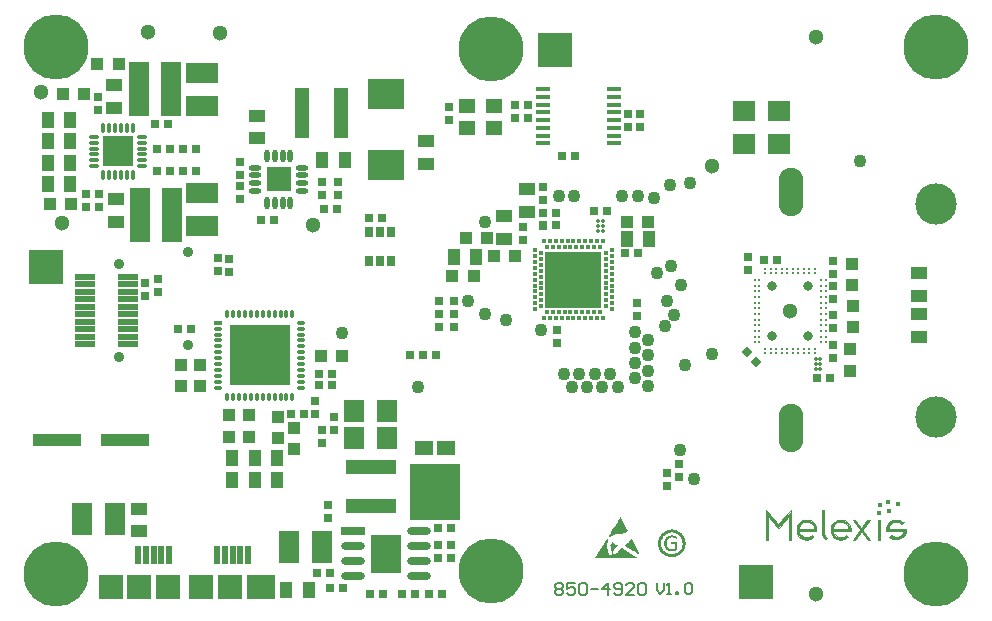
<source format=gts>
G04 Layer_Color=8388736*
%FSLAX44Y44*%
%MOMM*%
G71*
G01*
G75*
%ADD20C,0.3000*%
%ADD63C,0.2000*%
%ADD75C,0.8000*%
%ADD82C,0.3500*%
%ADD110C,0.1016*%
%ADD111R,2.5500X3.2500*%
%ADD112R,0.3302X0.3302*%
%ADD113R,3.0000X3.0000*%
%ADD114C,1.1000*%
%ADD115R,1.7000X0.5000*%
%ADD116R,1.7000X0.5000*%
%ADD117R,2.4000X2.0000*%
%ADD118R,0.5000X1.5000*%
%ADD119R,2.0000X2.0000*%
%ADD120R,1.0000X1.1000*%
%ADD121R,1.1000X1.0000*%
%ADD122R,1.4000X1.1000*%
%ADD123P,0.9899X4X360.0*%
%ADD124R,0.7000X0.7000*%
%ADD125R,0.7000X0.9000*%
%ADD126R,0.7000X0.7000*%
%ADD127O,2.0000X0.7000*%
%ADD128R,2.0000X0.7000*%
%ADD129R,4.3000X1.3000*%
%ADD130C,0.2800*%
%ADD131R,1.7000X2.8000*%
%ADD132R,4.2500X4.7500*%
%ADD133R,1.5500X1.2500*%
%ADD134R,4.1000X1.1000*%
%ADD135R,1.1000X1.4000*%
%ADD136R,1.4000X1.2000*%
%ADD137R,1.7000X4.6000*%
%ADD138R,3.1000X2.5000*%
%ADD139R,1.9000X1.7000*%
%ADD140O,0.3500X0.9000*%
%ADD141O,0.9000X0.3500*%
%ADD142R,2.5000X2.5000*%
%ADD143O,1.1000X0.4500*%
%ADD144O,0.4500X1.1000*%
%ADD145R,2.0500X2.0500*%
%ADD146R,1.3000X4.3000*%
%ADD147R,2.8000X1.7000*%
%ADD148R,1.3000X0.4000*%
%ADD149R,1.7000X1.9000*%
%ADD150R,4.7000X4.7000*%
G04:AMPARAMS|DCode=151|XSize=0.4mm|YSize=0.4mm|CornerRadius=0.125mm|HoleSize=0mm|Usage=FLASHONLY|Rotation=90.000|XOffset=0mm|YOffset=0mm|HoleType=Round|Shape=RoundedRectangle|*
%AMROUNDEDRECTD151*
21,1,0.4000,0.1500,0,0,90.0*
21,1,0.1500,0.4000,0,0,90.0*
1,1,0.2500,0.0750,0.0750*
1,1,0.2500,0.0750,-0.0750*
1,1,0.2500,-0.0750,-0.0750*
1,1,0.2500,-0.0750,0.0750*
%
%ADD151ROUNDEDRECTD151*%
%ADD152R,5.2000X5.2000*%
%ADD153O,0.3500X0.7500*%
%ADD154O,0.7500X0.3500*%
%ADD155R,0.7500X0.3500*%
%ADD156C,0.9000*%
%ADD157C,5.5000*%
%ADD158C,1.3000*%
%ADD159O,2.1000X4.1000*%
%ADD160C,3.5000*%
%ADD161C,0.5500*%
G36*
X505490Y74962D02*
X505536Y74916D01*
X505582Y74824D01*
X505674Y74641D01*
X505811Y74366D01*
X505994Y74000D01*
X506223Y73541D01*
X506544Y72946D01*
X506911Y72167D01*
X507369Y71250D01*
X507644Y70746D01*
X507965Y70196D01*
X508285Y69555D01*
X508606Y68868D01*
X508973Y68180D01*
X509385Y67401D01*
X509843Y66531D01*
X510302Y65660D01*
X510760Y64698D01*
X511310Y63690D01*
Y63644D01*
X511264Y63552D01*
X511172Y63415D01*
X511035Y63232D01*
X510897Y62957D01*
X510622Y62727D01*
X510347Y62453D01*
X509981Y62178D01*
X509523Y61857D01*
X509019Y61582D01*
X508377Y61353D01*
X507644Y61124D01*
X506819Y60895D01*
X505903Y60757D01*
X504849Y60665D01*
X503657Y60620D01*
X503199D01*
X502878Y60574D01*
X502512Y60528D01*
X502054Y60482D01*
X501595Y60391D01*
X501046Y60299D01*
X499946Y59978D01*
X498800Y59520D01*
X498251Y59245D01*
X497747Y58924D01*
X497242Y58512D01*
X496830Y58054D01*
X496784Y58099D01*
X496647Y58191D01*
X496464Y58283D01*
X496234Y58466D01*
X495730Y58787D01*
X495547Y58970D01*
X495410Y59108D01*
X495455Y59153D01*
X495501Y59291D01*
X495639Y59474D01*
X495822Y59795D01*
X496051Y60116D01*
X496280Y60574D01*
X496601Y61032D01*
X496922Y61536D01*
X497288Y62132D01*
X497655Y62727D01*
X498480Y64056D01*
X499350Y65477D01*
X500267Y66943D01*
X501183Y68409D01*
X502054Y69876D01*
X502878Y71205D01*
X503612Y72396D01*
X503978Y72946D01*
X504253Y73450D01*
X504528Y73862D01*
X504757Y74229D01*
X504986Y74549D01*
X505124Y74779D01*
X505215Y74962D01*
X505261Y75008D01*
X505490D01*
Y74962D01*
D02*
G37*
G36*
X522215Y43162D02*
X522169D01*
X522124Y43116D01*
X522078Y43024D01*
X522032D01*
X521940Y43116D01*
X521803Y43208D01*
X521574Y43299D01*
X521299Y43482D01*
X520978Y43666D01*
X520199Y44078D01*
X519328Y44628D01*
X518275Y45224D01*
X517175Y45865D01*
X516029Y46507D01*
X514884Y47194D01*
X513784Y47835D01*
X512684Y48477D01*
X511676Y49073D01*
X510852Y49577D01*
X510439Y49852D01*
X510118Y50035D01*
X509843Y50218D01*
X509614Y50356D01*
X509431Y50493D01*
X509294Y50585D01*
Y50905D01*
X511493Y52693D01*
X511539Y52738D01*
X511676Y52876D01*
X511860Y53105D01*
X512089Y53426D01*
X512409Y53838D01*
X512776Y54342D01*
X513188Y54984D01*
X513601Y55671D01*
X515113Y56129D01*
X522215Y43162D01*
D02*
G37*
G36*
X493943Y56312D02*
X494081Y56267D01*
X494264Y56129D01*
X494493Y55992D01*
X494951Y55717D01*
X495135Y55579D01*
X495226Y55442D01*
X495181Y55350D01*
X495043Y55121D01*
X494860Y54755D01*
X494631Y54250D01*
X494402Y53655D01*
X494127Y53013D01*
X493898Y52326D01*
X493714Y51639D01*
Y51547D01*
Y51410D01*
Y51272D01*
X493760Y51043D01*
X493806Y50768D01*
Y50447D01*
X493898Y50127D01*
X493943Y49714D01*
X494035Y49256D01*
X494127Y48752D01*
X494264Y48202D01*
X494447Y47652D01*
X494585Y47011D01*
X495043Y45590D01*
X495410Y44170D01*
Y44124D01*
X495455Y44032D01*
X495501Y43849D01*
X495593Y43666D01*
X495776Y43345D01*
X495868Y43208D01*
X495959Y43162D01*
X496830Y42841D01*
X497288D01*
X497334Y42887D01*
X497472Y42933D01*
X497563Y43070D01*
X497701Y43253D01*
X497838Y43574D01*
X497930Y43987D01*
X497976Y44536D01*
Y44765D01*
Y44857D01*
Y45040D01*
X497930Y45361D01*
X497884Y45774D01*
X497747Y46186D01*
X497609Y46644D01*
X497380Y47056D01*
X497059Y47423D01*
Y47469D01*
X497105Y47606D01*
Y47790D01*
X497151Y48019D01*
X497197Y48523D01*
X497242Y48752D01*
Y48935D01*
Y49073D01*
Y49118D01*
Y49256D01*
X497197Y49439D01*
Y49714D01*
X497105Y50035D01*
X497013Y50402D01*
X496876Y50814D01*
X496693Y51272D01*
X496784Y51318D01*
X496968Y51501D01*
X497242Y51776D01*
X497563Y52097D01*
X497930Y52463D01*
X498205Y52876D01*
X498434Y53242D01*
X498571Y53563D01*
X498709D01*
X498800Y53471D01*
X498892Y53380D01*
X499075Y53242D01*
X499579Y52876D01*
X500175Y52418D01*
X500862Y51959D01*
X501550Y51547D01*
X502283Y51181D01*
X502970Y50905D01*
Y50768D01*
X502924Y50676D01*
X502787Y50539D01*
X502558Y50264D01*
X502374Y50081D01*
X502145Y49852D01*
X501870Y49531D01*
X501550Y49210D01*
X501183Y48844D01*
X500725Y48385D01*
X500221Y47881D01*
X499625Y47332D01*
Y47286D01*
X499579Y47194D01*
X499534Y47011D01*
X499442Y46827D01*
X499304Y46415D01*
X499259Y46232D01*
Y46048D01*
Y44674D01*
Y44628D01*
X499304Y44536D01*
X499350Y44490D01*
X499717Y43987D01*
X500083Y43712D01*
X500587D01*
X500771Y43757D01*
X501046Y43849D01*
X501366Y43987D01*
X501687Y44124D01*
X502008Y44307D01*
X502329Y44490D01*
X502512Y44765D01*
X503062Y45590D01*
Y45636D01*
X503108Y45682D01*
X503337Y45957D01*
X503612Y46369D01*
X504024Y46873D01*
X504482Y47377D01*
X505032Y47973D01*
X505674Y48477D01*
X506315Y48935D01*
X506361Y48889D01*
X506453Y48844D01*
X506682Y48706D01*
X506911Y48569D01*
X507231Y48385D01*
X507598Y48156D01*
X508010Y47881D01*
X508515Y47561D01*
X509568Y46919D01*
X510760Y46186D01*
X511997Y45407D01*
X513326Y44582D01*
X514609Y43757D01*
X515892Y42978D01*
X517083Y42245D01*
X518137Y41558D01*
X518595Y41283D01*
X519008Y41008D01*
X519420Y40779D01*
X519741Y40550D01*
X519970Y40367D01*
X520153Y40275D01*
X520291Y40183D01*
X520336Y40138D01*
Y40046D01*
X484183D01*
X484092Y40092D01*
X484000Y40138D01*
X483954Y40275D01*
X493806Y56358D01*
X493898D01*
X493943Y56312D01*
D02*
G37*
G36*
X549561Y64479D02*
X549996Y64431D01*
X550479Y64334D01*
X551010Y64237D01*
X551590Y64093D01*
X552266Y63899D01*
X552894Y63706D01*
X553619Y63416D01*
X554295Y63078D01*
X555020Y62691D01*
X555696Y62208D01*
X556373Y61725D01*
X557049Y61097D01*
X557097Y61049D01*
X557194Y60952D01*
X557387Y60759D01*
X557580Y60469D01*
X557822Y60131D01*
X558112Y59745D01*
X558450Y59310D01*
X558788Y58778D01*
X559078Y58199D01*
X559416Y57571D01*
X559706Y56894D01*
X559948Y56170D01*
X560141Y55348D01*
X560334Y54527D01*
X560431Y53706D01*
X560479Y52788D01*
Y52740D01*
Y52595D01*
Y52305D01*
X560431Y51967D01*
X560382Y51532D01*
X560286Y51049D01*
X560189Y50517D01*
X560044Y49889D01*
X559851Y49261D01*
X559658Y48585D01*
X559368Y47908D01*
X559030Y47184D01*
X558643Y46459D01*
X558160Y45783D01*
X557677Y45106D01*
X557049Y44430D01*
X557001Y44382D01*
X556904Y44285D01*
X556711Y44140D01*
X556421Y43899D01*
X556083Y43657D01*
X555696Y43367D01*
X555261Y43077D01*
X554730Y42739D01*
X554150Y42449D01*
X553522Y42111D01*
X552846Y41821D01*
X552121Y41580D01*
X551300Y41338D01*
X550479Y41193D01*
X549657Y41097D01*
X548740Y41048D01*
X548256D01*
X547918Y41097D01*
X547483Y41145D01*
X547000Y41241D01*
X546469Y41338D01*
X545889Y41483D01*
X545213Y41628D01*
X544585Y41870D01*
X543860Y42160D01*
X543184Y42498D01*
X542459Y42884D01*
X541783Y43319D01*
X541106Y43850D01*
X540430Y44430D01*
X540382Y44478D01*
X540285Y44575D01*
X540092Y44768D01*
X539899Y45058D01*
X539657Y45396D01*
X539367Y45783D01*
X539029Y46218D01*
X538739Y46749D01*
X538401Y47329D01*
X538063Y47957D01*
X537773Y48681D01*
X537531Y49406D01*
X537338Y50179D01*
X537145Y51000D01*
X537048Y51870D01*
X537000Y52788D01*
Y52836D01*
Y53029D01*
Y53271D01*
X537048Y53609D01*
X537097Y54044D01*
X537193Y54527D01*
X537290Y55058D01*
X537435Y55638D01*
X537628Y56315D01*
X537821Y56943D01*
X538111Y57667D01*
X538449Y58344D01*
X538836Y59068D01*
X539319Y59745D01*
X539850Y60421D01*
X540430Y61097D01*
X540478Y61146D01*
X540575Y61242D01*
X540768Y61435D01*
X541058Y61629D01*
X541396Y61870D01*
X541783Y62160D01*
X542218Y62498D01*
X542749Y62836D01*
X543329Y63126D01*
X543957Y63464D01*
X544633Y63754D01*
X545406Y63996D01*
X546179Y64189D01*
X547000Y64382D01*
X547822Y64479D01*
X548740Y64527D01*
X549223D01*
X549561Y64479D01*
D02*
G37*
%LPC*%
G36*
X548740Y61967D02*
X548353D01*
X548111Y61919D01*
X547773Y61870D01*
X547387Y61822D01*
X546517Y61629D01*
X545454Y61290D01*
X544392Y60807D01*
X543812Y60518D01*
X543280Y60179D01*
X542749Y59745D01*
X542218Y59261D01*
X542169Y59213D01*
X542121Y59117D01*
X541976Y58972D01*
X541783Y58778D01*
X541590Y58537D01*
X541396Y58199D01*
X541155Y57860D01*
X540913Y57426D01*
X540382Y56508D01*
X539995Y55397D01*
X539657Y54141D01*
X539609Y53464D01*
X539561Y52788D01*
Y52740D01*
Y52643D01*
Y52401D01*
X539609Y52160D01*
X539657Y51822D01*
X539705Y51435D01*
X539899Y50566D01*
X540188Y49503D01*
X540672Y48440D01*
X541010Y47860D01*
X541348Y47329D01*
X541735Y46797D01*
X542218Y46266D01*
X542266Y46218D01*
X542363Y46169D01*
X542507Y46024D01*
X542701Y45831D01*
X542942Y45638D01*
X543280Y45445D01*
X543619Y45203D01*
X544053Y44962D01*
X545020Y44430D01*
X546131Y44044D01*
X547387Y43705D01*
X548015Y43657D01*
X548740Y43609D01*
X549126D01*
X549368Y43657D01*
X549706Y43705D01*
X550092Y43754D01*
X550962Y43947D01*
X551976Y44237D01*
X553088Y44720D01*
X553619Y45058D01*
X554150Y45396D01*
X554682Y45783D01*
X555213Y46266D01*
X555261Y46314D01*
X555310Y46411D01*
X555455Y46556D01*
X555648Y46749D01*
X555841Y46990D01*
X556083Y47329D01*
X556324Y47667D01*
X556566Y48102D01*
X557049Y49068D01*
X557484Y50179D01*
X557822Y51435D01*
X557870Y52063D01*
X557919Y52788D01*
Y52836D01*
Y52933D01*
Y53174D01*
X557870Y53416D01*
X557822Y53754D01*
X557774Y54141D01*
X557580Y55010D01*
X557242Y56025D01*
X556759Y57087D01*
X556469Y57667D01*
X556131Y58199D01*
X555696Y58730D01*
X555213Y59261D01*
X555165Y59310D01*
X555117Y59358D01*
X554923Y59503D01*
X554730Y59696D01*
X554488Y59889D01*
X554150Y60131D01*
X553812Y60373D01*
X553426Y60614D01*
X552459Y61097D01*
X551348Y61532D01*
X550092Y61870D01*
X549464Y61919D01*
X548740Y61967D01*
D02*
G37*
%LPD*%
G36*
X549947Y59406D02*
X550479Y59310D01*
X550624D01*
X550914Y59261D01*
X551300Y59165D01*
X551735Y59020D01*
X551783D01*
X551831Y58972D01*
X552025Y58923D01*
X552314Y58778D01*
X552556Y58633D01*
X552604D01*
X552749Y58537D01*
X552894Y58440D01*
X553039Y58344D01*
X553088D01*
X553136Y58247D01*
X553232Y58005D01*
Y57957D01*
X553281Y57860D01*
Y57716D01*
Y57426D01*
Y57377D01*
Y57329D01*
X553232Y57039D01*
Y56991D01*
Y56943D01*
X553184Y56749D01*
Y56701D01*
X553088Y56604D01*
X553039D01*
X552943Y56556D01*
X552894D01*
X552846Y56604D01*
X552701Y56653D01*
X552508Y56749D01*
X552459Y56798D01*
X552314Y56894D01*
X552073Y56991D01*
X551735Y57136D01*
X551638Y57184D01*
X551397Y57281D01*
X551058Y57426D01*
X550575Y57522D01*
X550527D01*
X550479Y57571D01*
X550334D01*
X550140Y57619D01*
X549657Y57667D01*
X548981Y57716D01*
X548595D01*
X548353Y57667D01*
X547725Y57571D01*
X547049Y57329D01*
X547000D01*
X546904Y57281D01*
X546759Y57184D01*
X546566Y57087D01*
X546131Y56798D01*
X545648Y56363D01*
Y56315D01*
X545551Y56266D01*
X545454Y56121D01*
X545309Y55928D01*
X545020Y55445D01*
X544730Y54817D01*
Y54769D01*
X544681Y54672D01*
X544633Y54479D01*
X544585Y54237D01*
X544537Y53899D01*
X544488Y53561D01*
X544440Y52788D01*
Y52740D01*
Y52595D01*
Y52353D01*
X544488Y52063D01*
X544585Y51387D01*
X544778Y50662D01*
Y50614D01*
X544826Y50517D01*
X544923Y50324D01*
X545020Y50131D01*
X545309Y49599D01*
X545696Y49068D01*
X545744Y49020D01*
X545793Y48971D01*
X545938Y48875D01*
X546131Y48730D01*
X546566Y48391D01*
X547145Y48102D01*
X547194D01*
X547290Y48053D01*
X547483Y48005D01*
X547677Y47957D01*
X548256Y47860D01*
X548981Y47812D01*
X549368D01*
X549706Y47860D01*
X550140Y47957D01*
X550189D01*
X550237Y48005D01*
X550479Y48053D01*
X550817Y48198D01*
X551203Y48343D01*
Y51870D01*
X548160D01*
X548111Y51918D01*
X548063Y52015D01*
Y52063D01*
X548015Y52112D01*
X547966Y52305D01*
Y52353D01*
Y52401D01*
Y52691D01*
Y52740D01*
Y52788D01*
Y53029D01*
Y53078D01*
X548015Y53126D01*
Y53223D01*
X548063Y53271D01*
X548111Y53319D01*
X548160Y53416D01*
X548208Y53464D01*
X552798D01*
X552943Y53416D01*
X553088Y53319D01*
X553136Y53271D01*
X553184Y53174D01*
X553232Y53029D01*
X553281Y52740D01*
Y47667D01*
Y47619D01*
Y47522D01*
X553184Y47232D01*
Y47184D01*
X553136Y47136D01*
X553039Y47039D01*
X552846Y46990D01*
X552798Y46942D01*
X552604Y46894D01*
X552314Y46749D01*
X551976Y46604D01*
X551880D01*
X551687Y46507D01*
X551348Y46411D01*
X550962Y46314D01*
X550865D01*
X550672Y46266D01*
X550334Y46218D01*
X549947Y46121D01*
X549609D01*
X549271Y46073D01*
X548643D01*
X548353Y46121D01*
X547966D01*
X547532Y46169D01*
X547097Y46266D01*
X546131Y46556D01*
X546082D01*
X545938Y46652D01*
X545696Y46749D01*
X545406Y46894D01*
X544730Y47329D01*
X544005Y47860D01*
X543957Y47908D01*
X543860Y48005D01*
X543715Y48198D01*
X543522Y48440D01*
X543329Y48730D01*
X543087Y49116D01*
X542701Y49938D01*
Y49986D01*
X542652Y50131D01*
X542556Y50421D01*
X542507Y50759D01*
X542411Y51145D01*
X542314Y51628D01*
X542266Y52112D01*
Y52691D01*
Y52740D01*
Y52933D01*
X542314Y53223D01*
Y53609D01*
X542363Y54044D01*
X542459Y54479D01*
X542749Y55445D01*
X542797Y55493D01*
X542846Y55686D01*
X542942Y55928D01*
X543135Y56218D01*
X543570Y56894D01*
X544150Y57619D01*
X544198Y57667D01*
X544295Y57764D01*
X544488Y57957D01*
X544730Y58150D01*
X545020Y58344D01*
X545406Y58585D01*
X546227Y58972D01*
X546276D01*
X546421Y59068D01*
X546711Y59117D01*
X547049Y59213D01*
X547435Y59310D01*
X547918Y59358D01*
X548401Y59455D01*
X549464D01*
X549947Y59406D01*
D02*
G37*
D20*
X618857Y266195D02*
D03*
Y256562D02*
D03*
Y275829D02*
D03*
Y271012D02*
D03*
Y251744D02*
D03*
X669996Y213500D02*
D03*
X679187Y237293D02*
D03*
Y251744D02*
D03*
Y256562D02*
D03*
Y271012D02*
D03*
X628047Y285172D02*
D03*
X618857Y242111D02*
D03*
Y222843D02*
D03*
X679187D02*
D03*
Y275829D02*
D03*
Y242111D02*
D03*
Y246928D02*
D03*
Y261378D02*
D03*
Y266195D02*
D03*
X618857Y227660D02*
D03*
Y246928D02*
D03*
X637369Y213500D02*
D03*
X642030D02*
D03*
X646692D02*
D03*
X651352D02*
D03*
X656013D02*
D03*
X660675D02*
D03*
X665335D02*
D03*
X628047D02*
D03*
X632709Y285172D02*
D03*
X618857Y237293D02*
D03*
X637369Y285172D02*
D03*
X642030D02*
D03*
X646692D02*
D03*
X651352D02*
D03*
X656013D02*
D03*
X660675D02*
D03*
X665335D02*
D03*
X669996D02*
D03*
X618857Y232477D02*
D03*
X632709Y213500D02*
D03*
X618857Y261378D02*
D03*
X679187Y232477D02*
D03*
Y227660D02*
D03*
D63*
X536000Y18997D02*
Y12999D01*
X538999Y10000D01*
X541998Y12999D01*
Y18997D01*
X544997Y10000D02*
X547996D01*
X546497D01*
Y18997D01*
X544997Y17498D01*
X552495Y10000D02*
Y11500D01*
X553994D01*
Y10000D01*
X552495D01*
X559992Y17498D02*
X561492Y18997D01*
X564491D01*
X565990Y17498D01*
Y11500D01*
X564491Y10000D01*
X561492D01*
X559992Y11500D01*
Y17498D01*
X450000Y17331D02*
X451666Y18997D01*
X454998D01*
X456665Y17331D01*
Y15664D01*
X454998Y13998D01*
X456665Y12332D01*
Y10666D01*
X454998Y9000D01*
X451666D01*
X450000Y10666D01*
Y12332D01*
X451666Y13998D01*
X450000Y15664D01*
Y17331D01*
X451666Y13998D02*
X454998D01*
X466661Y18997D02*
X459997D01*
Y13998D01*
X463329Y15664D01*
X464995D01*
X466661Y13998D01*
Y10666D01*
X464995Y9000D01*
X461663D01*
X459997Y10666D01*
X469994Y17331D02*
X471660Y18997D01*
X474992D01*
X476658Y17331D01*
Y10666D01*
X474992Y9000D01*
X471660D01*
X469994Y10666D01*
Y17331D01*
X479990Y13998D02*
X486655D01*
X494986Y9000D02*
Y18997D01*
X489987Y13998D01*
X496652D01*
X499984Y10666D02*
X501650Y9000D01*
X504982D01*
X506648Y10666D01*
Y17331D01*
X504982Y18997D01*
X501650D01*
X499984Y17331D01*
Y15664D01*
X501650Y13998D01*
X506648D01*
X516645Y9000D02*
X509981D01*
X516645Y15664D01*
Y17331D01*
X514979Y18997D01*
X511647D01*
X509981Y17331D01*
X519977D02*
X521644Y18997D01*
X524976D01*
X526642Y17331D01*
Y10666D01*
X524976Y9000D01*
X521644D01*
X519977Y10666D01*
Y17331D01*
D75*
X634022Y270736D02*
D03*
Y227936D02*
D03*
X664022Y270736D02*
D03*
Y227936D02*
D03*
D82*
X486417Y325570D02*
D03*
Y321571D02*
D03*
Y317571D02*
D03*
X490417Y325570D02*
D03*
Y321571D02*
D03*
Y317571D02*
D03*
X674500Y200500D02*
D03*
Y204500D02*
D03*
Y208500D02*
D03*
X670500Y200500D02*
D03*
Y204500D02*
D03*
Y208500D02*
D03*
D110*
X629486Y55928D02*
X630248D01*
Y75486D01*
X630756D01*
X631010Y75232D01*
X638884Y67866D01*
X647774Y75486D01*
X639138Y66088D02*
X647774Y75486D01*
X638884Y65580D02*
X639138Y66088D01*
X630756Y74724D02*
X638884Y65580D01*
X630756Y74724D02*
Y74978D01*
X630248Y75994D02*
X630756Y74978D01*
X629994Y75740D02*
X630248Y75994D01*
X629994Y75740D02*
X638884Y66342D01*
X648028Y76248D01*
Y56182D02*
Y76248D01*
Y56182D02*
X648536D01*
Y55928D02*
Y56182D01*
X647774Y55928D02*
X648536D01*
X647774D02*
Y77772D01*
X648536D01*
X638884Y67104D02*
X648536Y77772D01*
X629994Y76756D02*
X638884Y67104D01*
X629740Y76756D02*
X629994D01*
X629740D02*
Y77772D01*
X629994D01*
Y55928D02*
Y77772D01*
X629232Y55928D02*
X629994D01*
X629232D02*
Y56436D01*
X628470D02*
X629232D01*
X628470Y55928D02*
Y56436D01*
Y55928D02*
X629232D01*
Y79042D01*
X628978D02*
X629232D01*
X628978D02*
X638884Y68120D01*
X648536Y78788D01*
Y55928D02*
Y78788D01*
Y55928D02*
X649298D01*
Y80566D01*
X638884Y68882D02*
X649298Y80566D01*
X628470D02*
X638884Y68882D01*
X628470Y55928D02*
Y80566D01*
X684350Y61770D02*
X684604Y61516D01*
X685366Y60500D01*
X685874Y59738D01*
X686382Y59484D01*
X687144Y58722D01*
X688160Y57960D01*
X689430Y57452D01*
X690700Y57198D01*
X693494Y57452D01*
X695526Y58214D01*
X696288Y58976D01*
X696796Y58468D01*
X696288Y57960D02*
X696796Y58468D01*
X695272Y57452D02*
X696288Y57960D01*
X694256Y57198D02*
X695272Y57452D01*
X693494Y56690D02*
X694256Y57198D01*
X690446Y56690D02*
X693494D01*
X689684Y56944D02*
X690446Y56690D01*
X688668Y57198D02*
X689684Y56944D01*
X687398Y57960D02*
X688668Y57198D01*
X685874Y58976D02*
X687398Y57960D01*
X685112Y59992D02*
X685874Y58976D01*
X684858Y59992D02*
X685112D01*
X684350Y60754D02*
X684858Y59992D01*
X684350Y60754D02*
X685366Y61008D01*
X684350Y61770D02*
X685366Y61008D01*
X683842Y62532D02*
X684350Y61770D01*
X683842Y62532D02*
X684096Y62786D01*
X685366Y61516D01*
X684350Y63548D02*
X684858Y62786D01*
X684096Y65072D02*
X684350Y63548D01*
X684096Y65072D02*
Y66596D01*
X684604Y67612D01*
X685112Y68882D01*
X685874Y69898D01*
X686636Y70406D01*
X687652Y71422D01*
X688922Y71676D01*
X690446Y72184D01*
X694002D01*
X694510Y71676D01*
X695780Y71168D01*
X696542Y70406D01*
X698066Y69136D01*
X698320Y68628D01*
X698828Y67358D01*
X699336Y66342D01*
X699590Y65326D01*
X699336Y64564D02*
X699590Y65326D01*
X698828Y65072D02*
X699336Y64564D01*
X698828Y65072D02*
Y65580D01*
X698574Y66850D02*
X698828Y65580D01*
X697558Y68882D02*
X698574Y66850D01*
X697050Y69644D02*
X697558Y68882D01*
X695780Y70660D02*
X697050Y69644D01*
X694764Y71168D02*
X695780Y70660D01*
X693494Y71676D02*
X694764Y71168D01*
X692224Y71930D02*
X693494Y71676D01*
X690954Y71930D02*
X692224D01*
X690192Y71676D02*
X690954Y71930D01*
X688668Y71422D02*
X690192Y71676D01*
X687906Y70660D02*
X688668Y71422D01*
X686890Y70152D02*
X687906Y70660D01*
X686382Y69390D02*
X686890Y70152D01*
X685620Y68374D02*
X686382Y69390D01*
X684858Y66850D02*
X685620Y68374D01*
X684604Y65580D02*
X684858Y66850D01*
X684604Y65580D02*
X684858Y64564D01*
X685620Y63802D01*
X685112D02*
X685620D01*
X685112D02*
Y64310D01*
X697558D01*
X697812Y64056D01*
X699082D01*
X698320Y64564D02*
X699082Y64056D01*
X697812Y65072D02*
X698320Y64564D01*
X685366Y65072D02*
X697812D01*
X685366D02*
Y65580D01*
X685620Y66596D01*
X686890Y69136D01*
X687906Y69898D01*
X688668Y70660D01*
X689938Y70914D01*
X690954Y71168D01*
X693240D01*
X695272Y70152D01*
X696288Y69390D01*
X697050Y68628D01*
X697812Y67358D01*
X698066Y66088D01*
Y65072D02*
Y66088D01*
Y65072D02*
X699336Y64310D01*
X700098Y63548D01*
X686128D02*
X700098D01*
X685366Y63294D02*
X686128Y63548D01*
X685366Y62532D02*
Y63294D01*
Y62532D02*
X685620Y61516D01*
X686128Y61008D01*
X685620Y61262D02*
X686128Y61008D01*
X685620Y61262D02*
X687398Y59484D01*
X688414Y58722D01*
X689176Y58214D01*
X688922D02*
X689176D01*
X688922D02*
X690192Y57960D01*
X691208Y57706D01*
X693240D01*
X694256Y57960D01*
X695272Y58722D01*
X696288Y59738D01*
X697558Y58468D01*
X697050Y57960D02*
X697558Y58468D01*
X696288Y57452D02*
X697050Y57960D01*
X695018Y56690D02*
X696288Y57452D01*
X693494Y56182D02*
X695018Y56690D01*
X692224Y55928D02*
X693494Y56182D01*
X690700Y55928D02*
X692224D01*
X689430Y56182D02*
X690700Y55928D01*
X688414Y56690D02*
X689430Y56182D01*
X687144Y57452D02*
X688414Y56690D01*
X685620Y58468D02*
X687144Y57452D01*
X684096Y60246D02*
X685620Y58468D01*
X683588Y61770D02*
X684096Y60246D01*
X683334Y62786D02*
X683588Y61770D01*
X683334Y62786D02*
Y65834D01*
X683842Y67612D01*
X684350Y68882D01*
X685366Y70152D01*
X687398Y71676D01*
X688414Y72184D01*
X689684Y72438D01*
X690700Y72692D01*
X693748D01*
X695272Y72184D01*
X696542Y71422D01*
X698828Y69136D01*
X699336Y68120D01*
X699844Y66850D01*
X700098Y65326D01*
Y63548D02*
Y65326D01*
X655394Y61770D02*
X655648Y61516D01*
X656410Y60500D01*
X656918Y59738D01*
X657426Y59484D01*
X658188Y58722D01*
X659204Y57960D01*
X660474Y57452D01*
X661744Y57198D01*
X664538Y57452D01*
X666570Y58214D01*
X667332Y58976D01*
X667840Y58468D01*
X667332Y57960D02*
X667840Y58468D01*
X666316Y57452D02*
X667332Y57960D01*
X665300Y57198D02*
X666316Y57452D01*
X664538Y56690D02*
X665300Y57198D01*
X661490Y56690D02*
X664538D01*
X660728Y56944D02*
X661490Y56690D01*
X659712Y57198D02*
X660728Y56944D01*
X658442Y57960D02*
X659712Y57198D01*
X656918Y58976D02*
X658442Y57960D01*
X656156Y59992D02*
X656918Y58976D01*
X655902Y59992D02*
X656156D01*
X655394Y60754D02*
X655902Y59992D01*
X655394Y60754D02*
X656410Y61008D01*
X655394Y61770D02*
X656410Y61008D01*
X654886Y62532D02*
X655394Y61770D01*
X654886Y62532D02*
X655140Y62786D01*
X656410Y61516D01*
X655902Y62786D02*
X656410Y61516D01*
X655394Y63548D02*
X655902Y62786D01*
X655140Y65072D02*
X655394Y63548D01*
X655140Y65072D02*
Y66596D01*
X655648Y67612D01*
X656156Y68882D01*
X656918Y69898D01*
X657680Y70406D01*
X658696Y71422D01*
X659966Y71676D01*
X661490Y72184D01*
X665046D01*
X665554Y71676D01*
X666824Y71168D01*
X667586Y70406D01*
X669110Y69136D01*
X669364Y68628D01*
X669872Y67358D01*
X670380Y66342D01*
X670634Y65326D01*
X670380Y64564D02*
X670634Y65326D01*
X669872Y65072D02*
X670380Y64564D01*
X669872Y65072D02*
Y65580D01*
X669618Y66850D02*
X669872Y65580D01*
X668602Y68882D02*
X669618Y66850D01*
X668094Y69644D02*
X668602Y68882D01*
X666824Y70660D02*
X668094Y69644D01*
X665808Y71168D02*
X666824Y70660D01*
X664538Y71676D02*
X665808Y71168D01*
X663268Y71930D02*
X664538Y71676D01*
X661998Y71930D02*
X663268D01*
X661236Y71676D02*
X661998Y71930D01*
X659712Y71422D02*
X661236Y71676D01*
X658950Y70660D02*
X659712Y71422D01*
X657934Y70152D02*
X658950Y70660D01*
X657426Y69390D02*
X657934Y70152D01*
X656664Y68374D02*
X657426Y69390D01*
X655902Y66850D02*
X656664Y68374D01*
X655648Y65580D02*
X655902Y66850D01*
X655648Y65580D02*
X655902Y64564D01*
X656664Y63802D01*
X656156D02*
X656664D01*
X656156D02*
Y64310D01*
X668602D01*
X668856Y64056D01*
X670126D01*
X669364Y64564D02*
X670126Y64056D01*
X668856Y65072D02*
X669364Y64564D01*
X656410Y65072D02*
X668856D01*
X656410D02*
Y65580D01*
X656664Y66596D01*
X657934Y69136D01*
X658950Y69898D01*
X659712Y70660D01*
X660982Y70914D01*
X661998Y71168D01*
X664284D01*
X666316Y70152D01*
X667332Y69390D01*
X668094Y68628D01*
X668856Y67358D01*
X669110Y66088D01*
Y65072D02*
Y66088D01*
Y65072D02*
X670380Y64310D01*
X671142Y63548D01*
X657172D02*
X671142D01*
X656410Y63294D02*
X657172Y63548D01*
X656410Y62532D02*
Y63294D01*
Y62532D02*
X656664Y61516D01*
X657172Y61008D01*
X656664Y61262D02*
X657172Y61008D01*
X656664Y61262D02*
X658442Y59484D01*
X659458Y58722D01*
X660220Y58214D01*
X659966D02*
X660220D01*
X659966D02*
X661236Y57960D01*
X662252Y57706D01*
X664284D01*
X665300Y57960D01*
X666316Y58722D01*
X667332Y59738D01*
X668602Y58468D01*
X668094Y57960D02*
X668602Y58468D01*
X667332Y57452D02*
X668094Y57960D01*
X666062Y56690D02*
X667332Y57452D01*
X664538Y56182D02*
X666062Y56690D01*
X663268Y55928D02*
X664538Y56182D01*
X661744Y55928D02*
X663268D01*
X660474Y56182D02*
X661744Y55928D01*
X659458Y56690D02*
X660474Y56182D01*
X658188Y57452D02*
X659458Y56690D01*
X656664Y58468D02*
X658188Y57452D01*
X655140Y60246D02*
X656664Y58468D01*
X654632Y61770D02*
X655140Y60246D01*
X654378Y62786D02*
X654632Y61770D01*
X654378Y62786D02*
Y65834D01*
X654886Y67612D01*
X655394Y68882D01*
X656410Y70152D01*
X658442Y71676D01*
X659458Y72184D01*
X660728Y72438D01*
X661744Y72692D01*
X664792D01*
X666316Y72184D01*
X667586Y71422D01*
X669872Y69136D01*
X670380Y68120D01*
X670888Y66850D01*
X671142Y65326D01*
Y63548D02*
Y65326D01*
X678254Y57198D02*
X678508Y56690D01*
X677746Y57960D02*
X678254Y57198D01*
X677238Y58976D02*
X677746Y57960D01*
X676730Y59738D02*
X677238Y58976D01*
X676730Y80312D02*
X677238D01*
Y60500D02*
X677492Y59738D01*
X678000Y58722D01*
X679016Y57198D01*
X679524Y57706D01*
X679778Y57198D01*
X678254Y56182D02*
X679778Y57198D01*
X677238Y57452D02*
X678254Y56182D01*
X676476Y58722D02*
X677238Y57452D01*
X676222Y59738D02*
X676476Y58722D01*
X676222Y81074D02*
X678000D01*
Y60500D02*
Y81074D01*
Y60500D02*
X678762Y58976D01*
X679778Y57198D01*
X703654Y56436D02*
X715592Y72438D01*
X714830D02*
X715592D01*
X702892Y56436D02*
X714830Y72438D01*
X701876Y55928D02*
X702892Y56436D01*
X701876Y55928D02*
X704162D01*
X716354Y72692D01*
X714068D02*
X716354D01*
X701876Y55928D02*
X714068Y72692D01*
X703654Y72438D02*
X716100Y55928D01*
X715084Y56182D02*
X716100Y55928D01*
X703146Y72184D02*
X715084Y56182D01*
X701876Y72692D02*
X703146Y72184D01*
X701876Y72692D02*
X704162D01*
X716862Y55674D01*
X714576D02*
X716862D01*
X701876Y72692D02*
X714576Y55674D01*
X724228Y56182D02*
Y72438D01*
X723466Y56182D02*
X724228D01*
X723466Y55928D02*
Y56182D01*
Y55928D02*
X724990D01*
Y72692D01*
X723466D02*
X724990D01*
X723466Y55928D02*
Y72692D01*
X731086Y64056D02*
X744548D01*
X746072Y63802D01*
X745564Y64310D02*
X746072Y63802D01*
X745310Y63548D02*
X745564Y64310D01*
X745310Y62278D02*
Y63548D01*
X744548Y60500D02*
X745310Y62278D01*
X744040Y59738D02*
X744548Y60500D01*
X744040Y59738D02*
X744802D01*
X745056Y61516D01*
X744802Y60754D02*
X745056Y61516D01*
X744294Y59992D02*
X744802Y60754D01*
X743278Y59230D02*
X744294Y59992D01*
X742008Y58468D02*
X743278Y59230D01*
X740738Y57960D02*
X742008Y58468D01*
X738198Y57452D02*
X740738Y57960D01*
X736420Y57706D02*
X738198Y57452D01*
X734642Y58976D02*
X736420Y57706D01*
X734642Y58976D02*
X735150Y58214D01*
X734388Y58976D02*
X735150Y58214D01*
X733880Y59230D02*
X734388Y58976D01*
X733880Y58214D02*
Y59230D01*
Y58214D02*
X735912Y57198D01*
X738198Y56690D01*
X739976Y56944D01*
X742516Y57706D01*
X744294Y58976D01*
X745564Y60754D01*
X746580Y63294D01*
X746326Y63802D02*
X746580Y63294D01*
X746072Y63040D02*
X746326Y63802D01*
X745818Y61262D02*
X746072Y63040D01*
X745818Y61262D02*
X746072Y62278D01*
X745818Y63040D02*
X746072Y62278D01*
X745818Y63040D02*
X746326Y63802D01*
X746580Y64564D01*
X732610D02*
X746580D01*
X732102Y64056D02*
X732610Y64564D01*
X732102Y64056D02*
Y65326D01*
X731340Y63802D02*
X732102Y65326D01*
X731340Y63802D02*
X731594Y65072D01*
X731848Y66088D01*
X732102Y67358D01*
Y66342D02*
Y67358D01*
X731594Y66850D02*
X732102Y66342D01*
X731594Y66850D02*
X732102Y67866D01*
X733118Y68882D01*
X734134Y69644D01*
X733118Y68628D02*
X734134Y69644D01*
X732356Y68374D02*
X733118Y68628D01*
X732356Y68374D02*
X733118Y69644D01*
X734134Y69898D01*
X735912Y71168D01*
X738452Y71676D01*
X740738Y71422D01*
X741754Y71168D01*
X743024Y70406D01*
X743786Y69898D01*
X744294Y70406D01*
X743532Y70914D02*
X744294Y70406D01*
X742516Y71422D02*
X743532Y70914D01*
X740484Y71930D02*
X742516Y71422D01*
X736166Y71930D02*
X740484D01*
X733626Y70406D02*
X736166Y71930D01*
X732610Y69898D02*
X733626Y70406D01*
X731594Y68374D02*
X732610Y69898D01*
X731086Y65834D02*
X731594Y68374D01*
X730832Y64056D02*
X731086Y65834D01*
X730324Y63294D02*
X730832Y64056D01*
X730324Y63294D02*
X744548D01*
Y61770D02*
Y63294D01*
X744040Y60754D02*
X744548Y61770D01*
X743532Y59992D02*
X744040Y60754D01*
X742770Y59484D02*
X743532Y59992D01*
X741754Y58976D02*
X742770Y59484D01*
X740484Y58468D02*
X741754Y58976D01*
X739468Y58214D02*
X740484Y58468D01*
X737436Y58214D02*
X739468D01*
X736166Y58722D02*
X737436Y58214D01*
X734896Y59484D02*
X736166Y58722D01*
X734134Y59992D02*
X734896Y59484D01*
X732610Y58214D02*
X734134Y59992D01*
X732610Y58214D02*
X733626Y57452D01*
X735658Y56690D01*
X737182Y56182D01*
X739976D01*
X741500Y56690D01*
X743786Y57706D01*
X745056Y58976D01*
X746326Y60500D01*
X746834Y62278D01*
Y65072D01*
X732610D02*
X746834D01*
X732610D02*
Y66342D01*
X732864Y67358D01*
X733626Y68628D01*
X734896Y69898D01*
X736166Y70406D01*
X737182Y70914D01*
X739976D01*
X740992Y70660D01*
X742262Y70152D01*
X743786Y69136D01*
X745056Y70406D01*
X744040Y71168D02*
X745056Y70406D01*
X742770Y71930D02*
X744040Y71168D01*
X741246Y72438D02*
X742770Y71930D01*
X739976Y72692D02*
X741246Y72438D01*
X737182Y72692D02*
X739976D01*
X735912Y72438D02*
X737182Y72692D01*
X733880Y71422D02*
X735912Y72438D01*
X732610Y70406D02*
X733880Y71422D01*
X731594Y69390D02*
X732610Y70406D01*
X730832Y67866D02*
X731594Y69390D01*
X730324Y65326D02*
X730832Y67866D01*
X730324Y63294D02*
Y65326D01*
X628216Y80820D02*
X628470Y80566D01*
X628216Y55928D02*
Y80820D01*
Y55928D02*
X628978D01*
X649552Y80820D02*
X649806D01*
Y55928D02*
Y80820D01*
X648536Y55928D02*
X649806D01*
X724228D02*
X725244D01*
Y72692D01*
X723212D02*
X725244D01*
X723212Y55928D02*
Y72692D01*
Y55928D02*
X723720D01*
X676730Y59738D02*
Y80312D01*
X676222Y59738D02*
Y81074D01*
X684858Y62786D02*
X685366Y61516D01*
X677238Y60500D02*
Y80312D01*
X723212Y55928D02*
X723720D01*
X723212D02*
Y72692D01*
X725244D01*
Y55928D02*
Y72692D01*
X724228Y55928D02*
X725244D01*
X648536D02*
X649806D01*
Y80820D01*
X649552D02*
X649806D01*
X628216Y55928D02*
X628978D01*
X628216D02*
Y80820D01*
X628470Y80566D01*
X730324Y63294D02*
Y65326D01*
X730832Y67866D01*
X731594Y69390D01*
X732610Y70406D01*
X733880Y71422D01*
X735912Y72438D01*
X737182Y72692D01*
X739976D01*
X741246Y72438D01*
X742770Y71930D01*
X744040Y71168D01*
X745056Y70406D01*
X743786Y69136D02*
X745056Y70406D01*
X742262Y70152D02*
X743786Y69136D01*
X740992Y70660D02*
X742262Y70152D01*
X739976Y70914D02*
X740992Y70660D01*
X737182Y70914D02*
X739976D01*
X736166Y70406D02*
X737182Y70914D01*
X734896Y69898D02*
X736166Y70406D01*
X733626Y68628D02*
X734896Y69898D01*
X732864Y67358D02*
X733626Y68628D01*
X732610Y66342D02*
X732864Y67358D01*
X732610Y65072D02*
Y66342D01*
Y65072D02*
X746834D01*
Y62278D02*
Y65072D01*
X746326Y60500D02*
X746834Y62278D01*
X745056Y58976D02*
X746326Y60500D01*
X743786Y57706D02*
X745056Y58976D01*
X741500Y56690D02*
X743786Y57706D01*
X739976Y56182D02*
X741500Y56690D01*
X737182Y56182D02*
X739976D01*
X735658Y56690D02*
X737182Y56182D01*
X733626Y57452D02*
X735658Y56690D01*
X732610Y58214D02*
X733626Y57452D01*
X732610Y58214D02*
X734134Y59992D01*
X734896Y59484D01*
X736166Y58722D01*
X737436Y58214D01*
X739468D01*
X740484Y58468D01*
X741754Y58976D01*
X742770Y59484D01*
X743532Y59992D01*
X744040Y60754D01*
X744548Y61770D01*
Y63294D01*
X730324D02*
X744548D01*
X730324D02*
X730832Y64056D01*
X731086Y65834D01*
X731594Y68374D01*
X732610Y69898D01*
X733626Y70406D01*
X736166Y71930D01*
X740484D01*
X742516Y71422D01*
X743532Y70914D01*
X744294Y70406D01*
X743786Y69898D02*
X744294Y70406D01*
X743024D02*
X743786Y69898D01*
X741754Y71168D02*
X743024Y70406D01*
X740738Y71422D02*
X741754Y71168D01*
X738452Y71676D02*
X740738Y71422D01*
X735912Y71168D02*
X738452Y71676D01*
X734134Y69898D02*
X735912Y71168D01*
X733118Y69644D02*
X734134Y69898D01*
X732356Y68374D02*
X733118Y69644D01*
X732356Y68374D02*
X733118Y68628D01*
X734134Y69644D01*
X733118Y68882D02*
X734134Y69644D01*
X732102Y67866D02*
X733118Y68882D01*
X731594Y66850D02*
X732102Y67866D01*
X731594Y66850D02*
X732102Y66342D01*
Y67358D01*
X731848Y66088D02*
X732102Y67358D01*
X731594Y65072D02*
X731848Y66088D01*
X731340Y63802D02*
X731594Y65072D01*
X731340Y63802D02*
X732102Y65326D01*
Y64056D02*
Y65326D01*
Y64056D02*
X732610Y64564D01*
X746580D01*
X746326Y63802D02*
X746580Y64564D01*
X745818Y63040D02*
X746326Y63802D01*
X745818Y63040D02*
X746072Y62278D01*
X745818Y61262D02*
X746072Y62278D01*
X745818Y61262D02*
X746072Y63040D01*
X746326Y63802D01*
X746580Y63294D01*
X745564Y60754D02*
X746580Y63294D01*
X744294Y58976D02*
X745564Y60754D01*
X742516Y57706D02*
X744294Y58976D01*
X739976Y56944D02*
X742516Y57706D01*
X738198Y56690D02*
X739976Y56944D01*
X735912Y57198D02*
X738198Y56690D01*
X733880Y58214D02*
X735912Y57198D01*
X733880Y58214D02*
Y59230D01*
X734388Y58976D01*
X735150Y58214D01*
X734642Y58976D02*
X735150Y58214D01*
X734642Y58976D02*
X736420Y57706D01*
X738198Y57452D01*
X740738Y57960D01*
X742008Y58468D01*
X743278Y59230D01*
X744294Y59992D01*
X744802Y60754D01*
X745056Y61516D01*
X744802Y59738D02*
X745056Y61516D01*
X744040Y59738D02*
X744802D01*
X744040D02*
X744548Y60500D01*
X745310Y62278D01*
Y63548D01*
X745564Y64310D01*
X746072Y63802D01*
X744548Y64056D02*
X746072Y63802D01*
X731086Y64056D02*
X744548D01*
X723466Y55928D02*
Y72692D01*
X724990D01*
Y55928D02*
Y72692D01*
X723466Y55928D02*
X724990D01*
X723466D02*
Y56182D01*
X724228D01*
Y72438D01*
X701876Y72692D02*
X714576Y55674D01*
X716862D01*
X704162Y72692D02*
X716862Y55674D01*
X701876Y72692D02*
X704162D01*
X701876D02*
X703146Y72184D01*
X715084Y56182D01*
X716100Y55928D01*
X703654Y72438D02*
X716100Y55928D01*
X701876D02*
X714068Y72692D01*
X716354D01*
X704162Y55928D02*
X716354Y72692D01*
X701876Y55928D02*
X704162D01*
X701876D02*
X702892Y56436D01*
X714830Y72438D01*
X715592D01*
X703654Y56436D02*
X715592Y72438D01*
X678762Y58976D02*
X679778Y57198D01*
X678000Y60500D02*
X678762Y58976D01*
X678000Y60500D02*
Y81074D01*
X676222D02*
X678000D01*
X676222Y59738D02*
Y81074D01*
Y59738D02*
X676476Y58722D01*
X677238Y57452D01*
X678254Y56182D01*
X679778Y57198D01*
X679524Y57706D02*
X679778Y57198D01*
X679016D02*
X679524Y57706D01*
X678000Y58722D02*
X679016Y57198D01*
X677492Y59738D02*
X678000Y58722D01*
X677238Y60500D02*
X677492Y59738D01*
X677238Y60500D02*
Y80312D01*
X676730D02*
X677238D01*
X676730Y59738D02*
Y80312D01*
Y59738D02*
X677238Y58976D01*
X677746Y57960D01*
X678254Y57198D01*
X678508Y56690D01*
X671142Y63548D02*
Y65326D01*
X670888Y66850D02*
X671142Y65326D01*
X670380Y68120D02*
X670888Y66850D01*
X669872Y69136D02*
X670380Y68120D01*
X667586Y71422D02*
X669872Y69136D01*
X666316Y72184D02*
X667586Y71422D01*
X664792Y72692D02*
X666316Y72184D01*
X661744Y72692D02*
X664792D01*
X660728Y72438D02*
X661744Y72692D01*
X659458Y72184D02*
X660728Y72438D01*
X658442Y71676D02*
X659458Y72184D01*
X656410Y70152D02*
X658442Y71676D01*
X655394Y68882D02*
X656410Y70152D01*
X654886Y67612D02*
X655394Y68882D01*
X654378Y65834D02*
X654886Y67612D01*
X654378Y62786D02*
Y65834D01*
Y62786D02*
X654632Y61770D01*
X655140Y60246D01*
X656664Y58468D01*
X658188Y57452D01*
X659458Y56690D01*
X660474Y56182D01*
X661744Y55928D01*
X663268D01*
X664538Y56182D01*
X666062Y56690D01*
X667332Y57452D01*
X668094Y57960D01*
X668602Y58468D01*
X667332Y59738D02*
X668602Y58468D01*
X666316Y58722D02*
X667332Y59738D01*
X665300Y57960D02*
X666316Y58722D01*
X664284Y57706D02*
X665300Y57960D01*
X662252Y57706D02*
X664284D01*
X661236Y57960D02*
X662252Y57706D01*
X659966Y58214D02*
X661236Y57960D01*
X659966Y58214D02*
X660220D01*
X659458Y58722D02*
X660220Y58214D01*
X658442Y59484D02*
X659458Y58722D01*
X656664Y61262D02*
X658442Y59484D01*
X656664Y61262D02*
X657172Y61008D01*
X656664Y61516D02*
X657172Y61008D01*
X656410Y62532D02*
X656664Y61516D01*
X656410Y62532D02*
Y63294D01*
X657172Y63548D01*
X671142D01*
X670380Y64310D02*
X671142Y63548D01*
X669110Y65072D02*
X670380Y64310D01*
X669110Y65072D02*
Y66088D01*
X668856Y67358D02*
X669110Y66088D01*
X668094Y68628D02*
X668856Y67358D01*
X667332Y69390D02*
X668094Y68628D01*
X666316Y70152D02*
X667332Y69390D01*
X664284Y71168D02*
X666316Y70152D01*
X661998Y71168D02*
X664284D01*
X660982Y70914D02*
X661998Y71168D01*
X659712Y70660D02*
X660982Y70914D01*
X658950Y69898D02*
X659712Y70660D01*
X657934Y69136D02*
X658950Y69898D01*
X656664Y66596D02*
X657934Y69136D01*
X656410Y65580D02*
X656664Y66596D01*
X656410Y65072D02*
Y65580D01*
Y65072D02*
X668856D01*
X669364Y64564D01*
X670126Y64056D01*
X668856D02*
X670126D01*
X668602Y64310D02*
X668856Y64056D01*
X656156Y64310D02*
X668602D01*
X656156Y63802D02*
Y64310D01*
Y63802D02*
X656664D01*
X655902Y64564D02*
X656664Y63802D01*
X655648Y65580D02*
X655902Y64564D01*
X655648Y65580D02*
X655902Y66850D01*
X656664Y68374D01*
X657426Y69390D01*
X657934Y70152D01*
X658950Y70660D01*
X659712Y71422D01*
X661236Y71676D01*
X661998Y71930D01*
X663268D01*
X664538Y71676D01*
X665808Y71168D01*
X666824Y70660D01*
X668094Y69644D01*
X668602Y68882D01*
X669618Y66850D01*
X669872Y65580D01*
Y65072D02*
Y65580D01*
Y65072D02*
X670380Y64564D01*
X670634Y65326D01*
X670380Y66342D02*
X670634Y65326D01*
X669872Y67358D02*
X670380Y66342D01*
X669364Y68628D02*
X669872Y67358D01*
X669110Y69136D02*
X669364Y68628D01*
X667586Y70406D02*
X669110Y69136D01*
X666824Y71168D02*
X667586Y70406D01*
X665554Y71676D02*
X666824Y71168D01*
X665046Y72184D02*
X665554Y71676D01*
X661490Y72184D02*
X665046D01*
X659966Y71676D02*
X661490Y72184D01*
X658696Y71422D02*
X659966Y71676D01*
X657680Y70406D02*
X658696Y71422D01*
X656918Y69898D02*
X657680Y70406D01*
X656156Y68882D02*
X656918Y69898D01*
X655648Y67612D02*
X656156Y68882D01*
X655140Y66596D02*
X655648Y67612D01*
X655140Y65072D02*
Y66596D01*
Y65072D02*
X655394Y63548D01*
X655902Y62786D01*
X656410Y61516D01*
X655140Y62786D02*
X656410Y61516D01*
X654886Y62532D02*
X655140Y62786D01*
X654886Y62532D02*
X655394Y61770D01*
X656410Y61008D01*
X655394Y60754D02*
X656410Y61008D01*
X655394Y60754D02*
X655902Y59992D01*
X656156D01*
X656918Y58976D01*
X658442Y57960D01*
X659712Y57198D01*
X660728Y56944D01*
X661490Y56690D01*
X664538D01*
X665300Y57198D01*
X666316Y57452D01*
X667332Y57960D01*
X667840Y58468D01*
X667332Y58976D02*
X667840Y58468D01*
X666570Y58214D02*
X667332Y58976D01*
X664538Y57452D02*
X666570Y58214D01*
X661744Y57198D02*
X664538Y57452D01*
X660474D02*
X661744Y57198D01*
X659204Y57960D02*
X660474Y57452D01*
X658188Y58722D02*
X659204Y57960D01*
X657426Y59484D02*
X658188Y58722D01*
X656918Y59738D02*
X657426Y59484D01*
X656410Y60500D02*
X656918Y59738D01*
X655648Y61516D02*
X656410Y60500D01*
X655394Y61770D02*
X655648Y61516D01*
X700098Y63548D02*
Y65326D01*
X699844Y66850D02*
X700098Y65326D01*
X699336Y68120D02*
X699844Y66850D01*
X698828Y69136D02*
X699336Y68120D01*
X696542Y71422D02*
X698828Y69136D01*
X695272Y72184D02*
X696542Y71422D01*
X693748Y72692D02*
X695272Y72184D01*
X690700Y72692D02*
X693748D01*
X689684Y72438D02*
X690700Y72692D01*
X688414Y72184D02*
X689684Y72438D01*
X687398Y71676D02*
X688414Y72184D01*
X685366Y70152D02*
X687398Y71676D01*
X684350Y68882D02*
X685366Y70152D01*
X683842Y67612D02*
X684350Y68882D01*
X683334Y65834D02*
X683842Y67612D01*
X683334Y62786D02*
Y65834D01*
Y62786D02*
X683588Y61770D01*
X684096Y60246D01*
X685620Y58468D01*
X687144Y57452D01*
X688414Y56690D01*
X689430Y56182D01*
X690700Y55928D01*
X692224D01*
X693494Y56182D01*
X695018Y56690D01*
X696288Y57452D01*
X697050Y57960D01*
X697558Y58468D01*
X696288Y59738D02*
X697558Y58468D01*
X695272Y58722D02*
X696288Y59738D01*
X694256Y57960D02*
X695272Y58722D01*
X693240Y57706D02*
X694256Y57960D01*
X691208Y57706D02*
X693240D01*
X690192Y57960D02*
X691208Y57706D01*
X688922Y58214D02*
X690192Y57960D01*
X688922Y58214D02*
X689176D01*
X688414Y58722D02*
X689176Y58214D01*
X687398Y59484D02*
X688414Y58722D01*
X685620Y61262D02*
X687398Y59484D01*
X685620Y61262D02*
X686128Y61008D01*
X685620Y61516D02*
X686128Y61008D01*
X685366Y62532D02*
X685620Y61516D01*
X685366Y62532D02*
Y63294D01*
X686128Y63548D01*
X700098D01*
X699336Y64310D02*
X700098Y63548D01*
X698066Y65072D02*
X699336Y64310D01*
X698066Y65072D02*
Y66088D01*
X697812Y67358D02*
X698066Y66088D01*
X697050Y68628D02*
X697812Y67358D01*
X696288Y69390D02*
X697050Y68628D01*
X695272Y70152D02*
X696288Y69390D01*
X693240Y71168D02*
X695272Y70152D01*
X690954Y71168D02*
X693240D01*
X689938Y70914D02*
X690954Y71168D01*
X688668Y70660D02*
X689938Y70914D01*
X687906Y69898D02*
X688668Y70660D01*
X686890Y69136D02*
X687906Y69898D01*
X685620Y66596D02*
X686890Y69136D01*
X685366Y65580D02*
X685620Y66596D01*
X685366Y65072D02*
Y65580D01*
Y65072D02*
X697812D01*
X698320Y64564D01*
X699082Y64056D01*
X697812D02*
X699082D01*
X697558Y64310D02*
X697812Y64056D01*
X685112Y64310D02*
X697558D01*
X685112Y63802D02*
Y64310D01*
Y63802D02*
X685620D01*
X684858Y64564D02*
X685620Y63802D01*
X684604Y65580D02*
X684858Y64564D01*
X684604Y65580D02*
X684858Y66850D01*
X685620Y68374D01*
X686382Y69390D01*
X686890Y70152D01*
X687906Y70660D01*
X688668Y71422D01*
X690192Y71676D01*
X690954Y71930D01*
X692224D01*
X693494Y71676D01*
X694764Y71168D01*
X695780Y70660D01*
X697050Y69644D01*
X697558Y68882D01*
X698574Y66850D01*
X698828Y65580D01*
Y65072D02*
Y65580D01*
Y65072D02*
X699336Y64564D01*
X699590Y65326D01*
X699336Y66342D02*
X699590Y65326D01*
X698828Y67358D02*
X699336Y66342D01*
X698320Y68628D02*
X698828Y67358D01*
X698066Y69136D02*
X698320Y68628D01*
X696542Y70406D02*
X698066Y69136D01*
X695780Y71168D02*
X696542Y70406D01*
X694510Y71676D02*
X695780Y71168D01*
X694002Y72184D02*
X694510Y71676D01*
X690446Y72184D02*
X694002D01*
X688922Y71676D02*
X690446Y72184D01*
X687652Y71422D02*
X688922Y71676D01*
X686636Y70406D02*
X687652Y71422D01*
X685874Y69898D02*
X686636Y70406D01*
X685112Y68882D02*
X685874Y69898D01*
X684604Y67612D02*
X685112Y68882D01*
X684096Y66596D02*
X684604Y67612D01*
X684096Y65072D02*
Y66596D01*
Y65072D02*
X684350Y63548D01*
X684858Y62786D01*
X685366Y61516D01*
X684096Y62786D02*
X685366Y61516D01*
X683842Y62532D02*
X684096Y62786D01*
X683842Y62532D02*
X684350Y61770D01*
X685366Y61008D01*
X684350Y60754D02*
X685366Y61008D01*
X684350Y60754D02*
X684858Y59992D01*
X685112D01*
X685874Y58976D01*
X687398Y57960D01*
X688668Y57198D01*
X689684Y56944D01*
X690446Y56690D01*
X693494D01*
X694256Y57198D01*
X695272Y57452D01*
X696288Y57960D01*
X696796Y58468D01*
X696288Y58976D02*
X696796Y58468D01*
X695526Y58214D02*
X696288Y58976D01*
X693494Y57452D02*
X695526Y58214D01*
X690700Y57198D02*
X693494Y57452D01*
X689430D02*
X690700Y57198D01*
X688160Y57960D02*
X689430Y57452D01*
X687144Y58722D02*
X688160Y57960D01*
X686382Y59484D02*
X687144Y58722D01*
X685874Y59738D02*
X686382Y59484D01*
X685366Y60500D02*
X685874Y59738D01*
X684604Y61516D02*
X685366Y60500D01*
X684350Y61770D02*
X684604Y61516D01*
X628470Y55928D02*
Y80566D01*
X638884Y68882D01*
X649298Y80566D01*
Y55928D02*
Y80566D01*
X648536Y55928D02*
X649298D01*
X648536D02*
Y78788D01*
X638884Y68120D02*
X648536Y78788D01*
X628978Y79042D02*
X638884Y68120D01*
X628978Y79042D02*
X629232D01*
Y55928D02*
Y79042D01*
X628470Y55928D02*
X629232D01*
X628470D02*
Y56436D01*
X629232D01*
Y55928D02*
Y56436D01*
Y55928D02*
X629994D01*
Y77772D01*
X629740D02*
X629994D01*
X629740Y76756D02*
Y77772D01*
Y76756D02*
X629994D01*
X638884Y67104D01*
X648536Y77772D01*
X647774D02*
X648536D01*
X647774Y55928D02*
Y77772D01*
Y55928D02*
X648536D01*
Y56182D01*
X648028D02*
X648536D01*
X648028D02*
Y76248D01*
X638884Y66342D02*
X648028Y76248D01*
X629994Y75740D02*
X638884Y66342D01*
X629994Y75740D02*
X630248Y75994D01*
X630756Y74978D01*
Y74724D02*
Y74978D01*
Y74724D02*
X638884Y65580D01*
X639138Y66088D01*
X647774Y75486D01*
X638884Y67866D02*
X647774Y75486D01*
X631010Y75232D02*
X638884Y67866D01*
X630756Y75486D02*
X631010Y75232D01*
X630248Y75486D02*
X630756D01*
X630248Y55928D02*
Y75486D01*
X629486Y55928D02*
X630248D01*
D111*
X307000Y44000D02*
D03*
D112*
X724228Y78026D02*
D03*
X724736Y85138D02*
D03*
X732610Y79804D02*
D03*
X731848Y87424D02*
D03*
X740230Y85646D02*
D03*
D03*
X731848Y87424D02*
D03*
X732610Y79804D02*
D03*
X724736Y85138D02*
D03*
X724228Y78026D02*
D03*
D113*
X19000Y286500D02*
D03*
X620000Y20000D02*
D03*
X450000Y470000D02*
D03*
D114*
X567500Y107500D02*
D03*
X555500Y131500D02*
D03*
X529000Y186000D02*
D03*
X543000Y237000D02*
D03*
X518000Y192500D02*
D03*
X529000Y199000D02*
D03*
X551000Y246000D02*
D03*
X518000Y205500D02*
D03*
X529000Y212000D02*
D03*
X583000Y213000D02*
D03*
X518000Y218500D02*
D03*
X529000Y225000D02*
D03*
X560000Y204000D02*
D03*
X518000Y231500D02*
D03*
X503000Y185000D02*
D03*
X496500Y196000D02*
D03*
X490000Y185000D02*
D03*
X483500Y196000D02*
D03*
X477000Y185000D02*
D03*
X470500Y196000D02*
D03*
X464000Y185000D02*
D03*
X457500Y196000D02*
D03*
X547750Y287500D02*
D03*
X556250Y271250D02*
D03*
X545000Y257750D02*
D03*
X536500Y281750D02*
D03*
X390500Y246500D02*
D03*
X408500Y242000D02*
D03*
X334000Y185000D02*
D03*
X376410Y257590D02*
D03*
X438000Y233500D02*
D03*
X391000Y325000D02*
D03*
X564500Y357500D02*
D03*
X547000Y356000D02*
D03*
X534000Y345000D02*
D03*
X453000Y346500D02*
D03*
X466000D02*
D03*
X506500Y347000D02*
D03*
X520500D02*
D03*
X269500Y231000D02*
D03*
X708500Y376500D02*
D03*
D115*
X88000Y278575D02*
D03*
X52000D02*
D03*
X88000Y272225D02*
D03*
X52000D02*
D03*
X88000Y265875D02*
D03*
X52000D02*
D03*
X88000Y259525D02*
D03*
X52000D02*
D03*
X88000Y253175D02*
D03*
X52000D02*
D03*
D116*
X88000Y246825D02*
D03*
X52000D02*
D03*
X88000Y240475D02*
D03*
X52000D02*
D03*
X88000Y234125D02*
D03*
X52000D02*
D03*
X88000Y227775D02*
D03*
X52000D02*
D03*
Y221425D02*
D03*
X88000D02*
D03*
D117*
X201000Y15500D02*
D03*
D118*
X97000Y42500D02*
D03*
X103500D02*
D03*
X110000D02*
D03*
X116500D02*
D03*
X123000D02*
D03*
X164000D02*
D03*
X170500D02*
D03*
X177000D02*
D03*
X183500D02*
D03*
X190000D02*
D03*
D119*
X175000Y15500D02*
D03*
X150000D02*
D03*
X122000D02*
D03*
X98000D02*
D03*
X74000D02*
D03*
D120*
X22000Y340000D02*
D03*
X40000D02*
D03*
X363000Y279000D02*
D03*
X381000D02*
D03*
X269500Y211000D02*
D03*
X251500D02*
D03*
X511000Y325000D02*
D03*
X529000D02*
D03*
X416000Y296000D02*
D03*
X398000D02*
D03*
X392500Y311000D02*
D03*
X374500D02*
D03*
X51500Y433000D02*
D03*
X33500D02*
D03*
X62500Y458500D02*
D03*
X80500D02*
D03*
D121*
X699799Y199000D02*
D03*
Y217000D02*
D03*
X215000Y142000D02*
D03*
Y160000D02*
D03*
X228500Y150500D02*
D03*
Y132500D02*
D03*
X174000Y143000D02*
D03*
Y161000D02*
D03*
X191000Y143000D02*
D03*
Y161000D02*
D03*
X133000Y186000D02*
D03*
Y204000D02*
D03*
X149000Y186000D02*
D03*
Y204000D02*
D03*
X702000Y253500D02*
D03*
Y235500D02*
D03*
X701500Y271500D02*
D03*
Y289500D02*
D03*
D122*
X340500Y393000D02*
D03*
Y374000D02*
D03*
X758500Y281500D02*
D03*
Y262500D02*
D03*
Y227500D02*
D03*
Y246500D02*
D03*
X198000Y414500D02*
D03*
Y395500D02*
D03*
X76500Y440500D02*
D03*
Y421500D02*
D03*
X78500Y325000D02*
D03*
Y344000D02*
D03*
X406500Y329500D02*
D03*
Y310500D02*
D03*
X426000Y352500D02*
D03*
Y333500D02*
D03*
X98000Y82000D02*
D03*
Y63000D02*
D03*
X426000Y333500D02*
D03*
Y352500D02*
D03*
D123*
X612111Y214389D02*
D03*
X619889Y206611D02*
D03*
D124*
X247000Y162500D02*
D03*
Y173500D02*
D03*
X440000Y343500D02*
D03*
Y354500D02*
D03*
X439500Y332750D02*
D03*
Y321750D02*
D03*
X351500Y246500D02*
D03*
Y257500D02*
D03*
X364000Y246500D02*
D03*
Y257500D02*
D03*
X351500Y246500D02*
D03*
Y235500D02*
D03*
X364000Y246500D02*
D03*
Y235500D02*
D03*
X253000Y358500D02*
D03*
Y347500D02*
D03*
X266500D02*
D03*
Y358500D02*
D03*
X350500Y40000D02*
D03*
Y51000D02*
D03*
X512000Y405500D02*
D03*
Y416500D02*
D03*
X113500Y276500D02*
D03*
Y265500D02*
D03*
X258000Y85500D02*
D03*
Y74500D02*
D03*
X253000Y137500D02*
D03*
Y148500D02*
D03*
X174000Y282500D02*
D03*
Y293500D02*
D03*
X361500Y51000D02*
D03*
Y40000D02*
D03*
X522000Y405500D02*
D03*
Y416500D02*
D03*
X416000Y423500D02*
D03*
Y412500D02*
D03*
X360500Y411376D02*
D03*
Y422376D02*
D03*
X64000Y337250D02*
D03*
Y348250D02*
D03*
X53000Y337250D02*
D03*
Y348250D02*
D03*
X519500Y256000D02*
D03*
Y245000D02*
D03*
X183000Y375500D02*
D03*
Y364500D02*
D03*
X451500Y222500D02*
D03*
Y233500D02*
D03*
X685250Y221000D02*
D03*
Y210000D02*
D03*
X63000Y419500D02*
D03*
Y430500D02*
D03*
X685250Y280500D02*
D03*
Y291500D02*
D03*
X183000Y344500D02*
D03*
Y355500D02*
D03*
X613515Y284370D02*
D03*
Y295370D02*
D03*
X685250Y271000D02*
D03*
Y260000D02*
D03*
Y246000D02*
D03*
Y235000D02*
D03*
X545000Y112500D02*
D03*
Y101500D02*
D03*
X555000Y119500D02*
D03*
Y108500D02*
D03*
X422500Y320500D02*
D03*
Y309500D02*
D03*
X102500Y272750D02*
D03*
Y261750D02*
D03*
X427000Y423500D02*
D03*
Y412500D02*
D03*
X263000Y159500D02*
D03*
Y148500D02*
D03*
X164500Y283500D02*
D03*
Y294500D02*
D03*
D125*
X311071Y316583D02*
D03*
X292071D02*
D03*
X301571Y291583D02*
D03*
Y316583D02*
D03*
X311071Y291583D02*
D03*
X292071D02*
D03*
D126*
X303500Y328000D02*
D03*
X292500D02*
D03*
X265000Y336000D02*
D03*
X254000D02*
D03*
X361500Y65500D02*
D03*
X350500D02*
D03*
X250500Y187000D02*
D03*
X261500D02*
D03*
X250500Y196500D02*
D03*
X261500D02*
D03*
X320500Y10000D02*
D03*
X331500D02*
D03*
X270500Y14500D02*
D03*
X259500D02*
D03*
X259500Y28000D02*
D03*
X248500D02*
D03*
X293500Y10000D02*
D03*
X304500D02*
D03*
X354500Y10000D02*
D03*
X343500D02*
D03*
X111500Y408000D02*
D03*
X122500D02*
D03*
X113000Y387000D02*
D03*
X124000D02*
D03*
X212000Y326750D02*
D03*
X201000D02*
D03*
X509500Y298250D02*
D03*
X520500D02*
D03*
X439500Y322000D02*
D03*
X450500D02*
D03*
X683000Y192500D02*
D03*
X672000D02*
D03*
X482500Y334000D02*
D03*
X493500D02*
D03*
X627209Y293000D02*
D03*
X638209D02*
D03*
X135000Y387000D02*
D03*
X146000D02*
D03*
X135000Y368000D02*
D03*
X146000D02*
D03*
X113000D02*
D03*
X124000D02*
D03*
X450500Y332500D02*
D03*
X439500D02*
D03*
X455500Y381000D02*
D03*
X466500D02*
D03*
X141500Y234000D02*
D03*
X130500D02*
D03*
X226500Y162000D02*
D03*
X237500D02*
D03*
X327000Y212500D02*
D03*
X338000D02*
D03*
X338000Y212500D02*
D03*
X349000D02*
D03*
D127*
X334800Y24950D02*
D03*
Y37650D02*
D03*
Y50350D02*
D03*
Y63050D02*
D03*
X279200Y24950D02*
D03*
Y37650D02*
D03*
Y50350D02*
D03*
D128*
Y63050D02*
D03*
D129*
X294000Y117500D02*
D03*
Y84500D02*
D03*
D130*
X669996Y281346D02*
D03*
X665335D02*
D03*
X660675D02*
D03*
X656013D02*
D03*
X651352D02*
D03*
X646692D02*
D03*
X642030D02*
D03*
X637369D02*
D03*
X632709D02*
D03*
X628047D02*
D03*
X622683Y275829D02*
D03*
Y271012D02*
D03*
Y266195D02*
D03*
Y261378D02*
D03*
Y256562D02*
D03*
Y251744D02*
D03*
Y246928D02*
D03*
Y242111D02*
D03*
Y237293D02*
D03*
Y232477D02*
D03*
Y227660D02*
D03*
Y222843D02*
D03*
X628047Y217326D02*
D03*
X632709D02*
D03*
X637369D02*
D03*
X642030D02*
D03*
X646692D02*
D03*
X651352D02*
D03*
X656013D02*
D03*
X660675D02*
D03*
X665335D02*
D03*
X669996D02*
D03*
X675361Y222843D02*
D03*
Y227660D02*
D03*
Y232477D02*
D03*
Y237293D02*
D03*
Y242111D02*
D03*
Y246928D02*
D03*
Y251744D02*
D03*
Y256562D02*
D03*
Y261378D02*
D03*
Y266195D02*
D03*
Y271012D02*
D03*
Y275829D02*
D03*
D131*
X225000Y50000D02*
D03*
X253000D02*
D03*
X49500Y73000D02*
D03*
X77500D02*
D03*
D132*
X348000Y96000D02*
D03*
D133*
X338801Y133500D02*
D03*
X357199D02*
D03*
D134*
X28000Y140000D02*
D03*
X86000D02*
D03*
D135*
X383000Y295000D02*
D03*
X364000D02*
D03*
X20500Y357000D02*
D03*
X39500D02*
D03*
X253000Y377000D02*
D03*
X272000D02*
D03*
X39500Y375000D02*
D03*
X20500D02*
D03*
Y411000D02*
D03*
X39500D02*
D03*
X529500Y310500D02*
D03*
X510500D02*
D03*
X39500Y393000D02*
D03*
X20500D02*
D03*
X222500Y13500D02*
D03*
X241500D02*
D03*
X195500Y106000D02*
D03*
X214500D02*
D03*
X195500Y125000D02*
D03*
X214500D02*
D03*
X176500D02*
D03*
X195500D02*
D03*
X176500Y106000D02*
D03*
X195500D02*
D03*
D136*
X375000Y423376D02*
D03*
Y404376D02*
D03*
X398000D02*
D03*
Y423376D02*
D03*
D137*
X97500Y437000D02*
D03*
X124500D02*
D03*
X125500Y331000D02*
D03*
X98500D02*
D03*
D138*
X307000Y373000D02*
D03*
Y433000D02*
D03*
D139*
X639500Y418750D02*
D03*
Y390750D02*
D03*
X610000Y418750D02*
D03*
Y390750D02*
D03*
D140*
X67500Y364500D02*
D03*
X72500D02*
D03*
X77500D02*
D03*
X82500D02*
D03*
X87500D02*
D03*
X92500D02*
D03*
Y404500D02*
D03*
X87500D02*
D03*
X82500D02*
D03*
X77500D02*
D03*
X72500D02*
D03*
X67500D02*
D03*
D141*
X100000Y372000D02*
D03*
Y377000D02*
D03*
Y382000D02*
D03*
Y387000D02*
D03*
Y392000D02*
D03*
Y397000D02*
D03*
X60000D02*
D03*
Y392000D02*
D03*
Y387000D02*
D03*
Y382000D02*
D03*
Y377000D02*
D03*
Y372000D02*
D03*
D142*
X80000Y384500D02*
D03*
D143*
X236000Y357750D02*
D03*
Y351250D02*
D03*
Y364250D02*
D03*
Y370750D02*
D03*
X196000D02*
D03*
Y364250D02*
D03*
Y357750D02*
D03*
Y351250D02*
D03*
D144*
X225750Y381000D02*
D03*
X219250D02*
D03*
X212750D02*
D03*
X206250D02*
D03*
X219250Y341000D02*
D03*
X212750D02*
D03*
X206250D02*
D03*
X225750D02*
D03*
D145*
X216000Y361000D02*
D03*
D146*
X235500Y417000D02*
D03*
X268500D02*
D03*
D147*
X151000Y451000D02*
D03*
Y423000D02*
D03*
Y321000D02*
D03*
Y349000D02*
D03*
D148*
X499500Y437000D02*
D03*
Y430500D02*
D03*
Y424000D02*
D03*
Y417500D02*
D03*
Y411000D02*
D03*
Y404500D02*
D03*
Y398000D02*
D03*
Y391500D02*
D03*
X439500D02*
D03*
Y398000D02*
D03*
Y404500D02*
D03*
Y411000D02*
D03*
Y417500D02*
D03*
Y424000D02*
D03*
Y430500D02*
D03*
Y437000D02*
D03*
D149*
X280000Y165000D02*
D03*
X308000D02*
D03*
X280000Y142000D02*
D03*
X308000D02*
D03*
D150*
X465500Y276000D02*
D03*
D151*
X498250Y251000D02*
D03*
Y256000D02*
D03*
Y261000D02*
D03*
Y266000D02*
D03*
Y271000D02*
D03*
Y276000D02*
D03*
Y281000D02*
D03*
Y286000D02*
D03*
Y291000D02*
D03*
Y296000D02*
D03*
Y301000D02*
D03*
X490500Y308750D02*
D03*
X485500D02*
D03*
X480500D02*
D03*
X475500D02*
D03*
X470500D02*
D03*
X465500D02*
D03*
X460500D02*
D03*
X455500D02*
D03*
X450500D02*
D03*
X445500D02*
D03*
X440500D02*
D03*
X432750Y301000D02*
D03*
Y296000D02*
D03*
Y291000D02*
D03*
Y286000D02*
D03*
Y281000D02*
D03*
Y276000D02*
D03*
Y271000D02*
D03*
Y266000D02*
D03*
Y261000D02*
D03*
Y256000D02*
D03*
Y251000D02*
D03*
X440500Y243250D02*
D03*
X445500D02*
D03*
X450500D02*
D03*
X455500D02*
D03*
X460500D02*
D03*
X465500D02*
D03*
X470500D02*
D03*
X475500D02*
D03*
X480500D02*
D03*
X485500D02*
D03*
X490500D02*
D03*
X493250Y253500D02*
D03*
Y258500D02*
D03*
Y263500D02*
D03*
Y268500D02*
D03*
Y273500D02*
D03*
Y278500D02*
D03*
Y283500D02*
D03*
Y288500D02*
D03*
Y293500D02*
D03*
Y298500D02*
D03*
X488000Y303750D02*
D03*
X483000D02*
D03*
X478000D02*
D03*
X473000D02*
D03*
X468000D02*
D03*
X463000D02*
D03*
X458000D02*
D03*
X453000D02*
D03*
X448000D02*
D03*
X443000D02*
D03*
X437750Y298500D02*
D03*
Y293500D02*
D03*
Y288500D02*
D03*
Y283500D02*
D03*
Y278500D02*
D03*
Y273500D02*
D03*
Y268500D02*
D03*
Y263500D02*
D03*
Y258500D02*
D03*
Y253500D02*
D03*
X443000Y248250D02*
D03*
X448000D02*
D03*
X453000D02*
D03*
X458000D02*
D03*
X463000D02*
D03*
X468000D02*
D03*
X473000D02*
D03*
X478000D02*
D03*
X483000D02*
D03*
X488000D02*
D03*
D152*
X200000Y212000D02*
D03*
D153*
X172500Y247250D02*
D03*
X177500D02*
D03*
X182500D02*
D03*
X187500D02*
D03*
X192500D02*
D03*
X197500D02*
D03*
X202500D02*
D03*
X207500D02*
D03*
X212500D02*
D03*
X217500D02*
D03*
X222500D02*
D03*
X227500D02*
D03*
Y176750D02*
D03*
X222500D02*
D03*
X217500D02*
D03*
X212500D02*
D03*
X207500D02*
D03*
X202500D02*
D03*
X197500D02*
D03*
X192500D02*
D03*
X187500D02*
D03*
X182500D02*
D03*
X177500D02*
D03*
X172500D02*
D03*
D154*
X235250Y239500D02*
D03*
Y234500D02*
D03*
Y229500D02*
D03*
Y224500D02*
D03*
Y219500D02*
D03*
Y214500D02*
D03*
Y209500D02*
D03*
Y204500D02*
D03*
Y199500D02*
D03*
Y194500D02*
D03*
Y189500D02*
D03*
Y184500D02*
D03*
X164750D02*
D03*
Y189500D02*
D03*
Y194500D02*
D03*
Y199500D02*
D03*
Y204500D02*
D03*
Y209500D02*
D03*
Y214500D02*
D03*
Y219500D02*
D03*
Y224500D02*
D03*
Y229500D02*
D03*
Y234500D02*
D03*
D155*
Y239500D02*
D03*
D156*
X81000Y210750D02*
D03*
Y289250D02*
D03*
X139000Y220750D02*
D03*
Y299250D02*
D03*
D157*
X395500Y29000D02*
D03*
X27500Y473000D02*
D03*
X772500D02*
D03*
X395500Y471000D02*
D03*
X27500Y27000D02*
D03*
X772500D02*
D03*
D158*
X649022Y249336D02*
D03*
X671000Y9500D02*
D03*
X105000Y486000D02*
D03*
X166000Y485000D02*
D03*
X245000Y322500D02*
D03*
X15000Y435000D02*
D03*
X583000Y372000D02*
D03*
X670500Y481000D02*
D03*
X32500Y324000D02*
D03*
D159*
X650000Y150000D02*
D03*
Y350000D02*
D03*
D160*
X772500Y340000D02*
D03*
Y160000D02*
D03*
D161*
X200000Y212000D02*
D03*
Y224000D02*
D03*
X212000D02*
D03*
Y212000D02*
D03*
Y200000D02*
D03*
X200000D02*
D03*
X188000D02*
D03*
Y212000D02*
D03*
Y224000D02*
D03*
M02*

</source>
